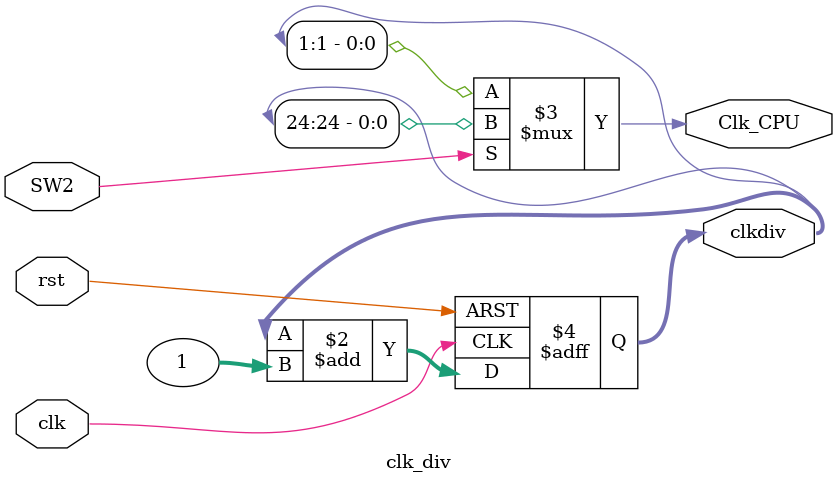
<source format=v>
`timescale 1ns / 1ps
module clk_div(
    input clk,
    input rst,
    input SW2,
    output reg[31:0] clkdiv,
    output Clk_CPU
    );
always @(posedge clk or posedge rst)begin
	if(rst) clkdiv <= 32'h00000000;
	else clkdiv <= clkdiv + 32'h00000001;
end
assign Clk_CPU = SW2 ? clkdiv[24] : clkdiv[1];  // 25MHZ
endmodule

</source>
